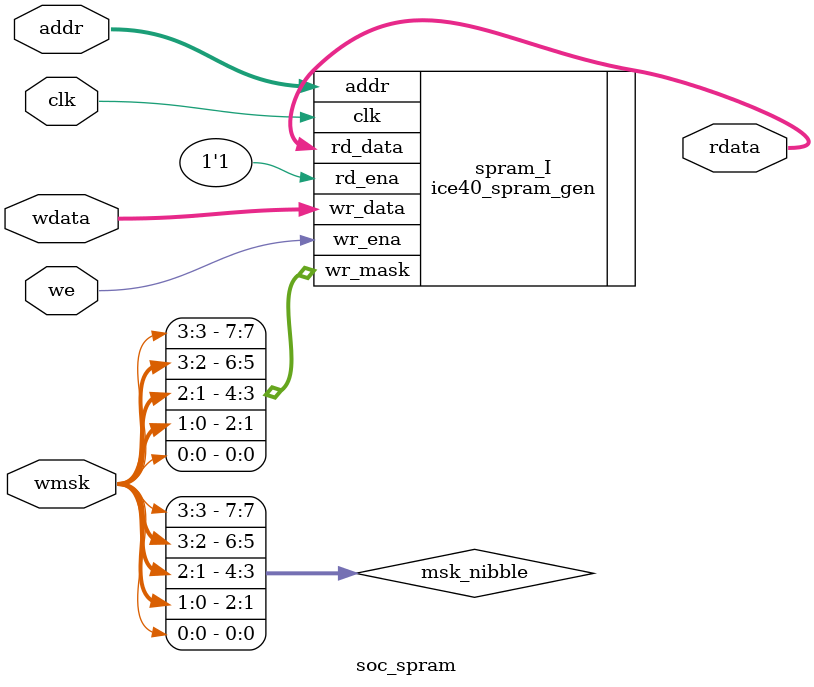
<source format=v>
/*
 * soc_spram.v
 *
 * vim: ts=4 sw=4
 *
 * Copyright (C) 2019  Sylvain Munaut <tnt@246tNt.com>
 * All rights reserved.
 *
 * BSD 3-clause, see LICENSE.bsd
 *
 * Redistribution and use in source and binary forms, with or without
 * modification, are permitted provided that the following conditions are met:
 *     * Redistributions of source code must retain the above copyright
 *       notice, this list of conditions and the following disclaimer.
 *     * Redistributions in binary form must reproduce the above copyright
 *       notice, this list of conditions and the following disclaimer in the
 *       documentation and/or other materials provided with the distribution.
 *     * Neither the name of the <organization> nor the
 *       names of its contributors may be used to endorse or promote products
 *       derived from this software without specific prior written permission.
 *
 * THIS SOFTWARE IS PROVIDED BY THE COPYRIGHT HOLDERS AND CONTRIBUTORS "AS IS" AND
 * ANY EXPRESS OR IMPLIED WARRANTIES, INCLUDING, BUT NOT LIMITED TO, THE IMPLIED
 * WARRANTIES OF MERCHANTABILITY AND FITNESS FOR A PARTICULAR PURPOSE ARE
 * DISCLAIMED. IN NO EVENT SHALL <COPYRIGHT HOLDER> BE LIABLE FOR ANY
 * DIRECT, INDIRECT, INCIDENTAL, SPECIAL, EXEMPLARY, OR CONSEQUENTIAL DAMAGES
 * (INCLUDING, BUT NOT LIMITED TO, PROCUREMENT OF SUBSTITUTE GOODS OR SERVICES;
 * LOSS OF USE, DATA, OR PROFITS; OR BUSINESS INTERRUPTION) HOWEVER CAUSED AND
 * ON ANY THEORY OF LIABILITY, WHETHER IN CONTRACT, STRICT LIABILITY, OR TORT
 * (INCLUDING NEGLIGENCE OR OTHERWISE) ARISING IN ANY WAY OUT OF THE USE OF THIS
 * SOFTWARE, EVEN IF ADVISED OF THE POSSIBILITY OF SUCH DAMAGE.
 */

`default_nettype none

module soc_spram #(
	parameter integer AW = 14
)(
	input  wire [AW-1:0] addr,
	output wire [31:0] rdata,
	input  wire [31:0] wdata,
	input  wire [ 3:0] wmsk,
	input  wire we,
	input  wire clk
);

	wire [7:0] msk_nibble = {
		wmsk[3], wmsk[3],
		wmsk[2], wmsk[2],
		wmsk[1], wmsk[1],
		wmsk[0], wmsk[0]
	};

	ice40_spram_gen #(
		.ADDR_WIDTH(AW),
		.DATA_WIDTH(32)
	) spram_I (
		.addr(addr),
		.rd_data(rdata),
		.rd_ena(1'b1),
		.wr_data(wdata),
		.wr_mask(msk_nibble),
		.wr_ena(we),
		.clk(clk)
	);

endmodule // soc_spram

</source>
